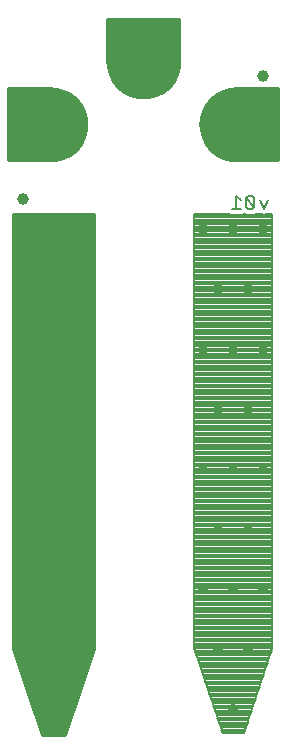
<source format=gbl>
G75*
%MOIN*%
%OFA0B0*%
%FSLAX25Y25*%
%IPPOS*%
%LPD*%
%AMOC8*
5,1,8,0,0,1.08239X$1,22.5*
%
%ADD10C,0.00800*%
%ADD11C,0.20000*%
%ADD12C,0.01000*%
%ADD13C,0.03937*%
%ADD14C,0.03400*%
D10*
X0184775Y0268400D02*
X0175333Y0296725D01*
X0175333Y0441400D01*
X0186995Y0441400D01*
X0187095Y0441300D01*
X0191554Y0441300D01*
X0191654Y0441400D01*
X0192299Y0441400D01*
X0192399Y0441300D01*
X0195457Y0441300D01*
X0195557Y0441400D01*
X0197860Y0441400D01*
X0198379Y0441141D01*
X0198532Y0441192D01*
X0198686Y0441141D01*
X0199204Y0441400D01*
X0201333Y0441400D01*
X0201333Y0296725D01*
X0191892Y0268400D01*
X0184775Y0268400D01*
X0184643Y0268796D02*
X0192024Y0268796D01*
X0192290Y0269594D02*
X0184377Y0269594D01*
X0184111Y0270393D02*
X0192556Y0270393D01*
X0192822Y0271191D02*
X0183844Y0271191D01*
X0183578Y0271990D02*
X0193088Y0271990D01*
X0193355Y0272788D02*
X0183312Y0272788D01*
X0183046Y0273587D02*
X0193621Y0273587D01*
X0193887Y0274385D02*
X0182780Y0274385D01*
X0182514Y0275184D02*
X0194153Y0275184D01*
X0194419Y0275982D02*
X0182247Y0275982D01*
X0181981Y0276781D02*
X0194685Y0276781D01*
X0194952Y0277579D02*
X0181715Y0277579D01*
X0181449Y0278378D02*
X0195218Y0278378D01*
X0195484Y0279176D02*
X0181183Y0279176D01*
X0180917Y0279975D02*
X0195750Y0279975D01*
X0196016Y0280773D02*
X0180650Y0280773D01*
X0180384Y0281572D02*
X0196282Y0281572D01*
X0196549Y0282370D02*
X0180118Y0282370D01*
X0179852Y0283169D02*
X0196815Y0283169D01*
X0197081Y0283967D02*
X0179586Y0283967D01*
X0179320Y0284766D02*
X0197347Y0284766D01*
X0197613Y0285564D02*
X0179053Y0285564D01*
X0178787Y0286363D02*
X0197879Y0286363D01*
X0198146Y0287161D02*
X0178521Y0287161D01*
X0178255Y0287960D02*
X0198412Y0287960D01*
X0198678Y0288758D02*
X0177989Y0288758D01*
X0177723Y0289557D02*
X0198944Y0289557D01*
X0199210Y0290355D02*
X0177456Y0290355D01*
X0177190Y0291154D02*
X0199476Y0291154D01*
X0199743Y0291952D02*
X0176924Y0291952D01*
X0176658Y0292751D02*
X0200009Y0292751D01*
X0200275Y0293549D02*
X0176392Y0293549D01*
X0176126Y0294348D02*
X0200541Y0294348D01*
X0200807Y0295146D02*
X0175859Y0295146D01*
X0175593Y0295945D02*
X0201073Y0295945D01*
X0201333Y0296743D02*
X0175333Y0296743D01*
X0175333Y0297542D02*
X0201333Y0297542D01*
X0201333Y0298340D02*
X0175333Y0298340D01*
X0175333Y0299139D02*
X0201333Y0299139D01*
X0201333Y0299937D02*
X0175333Y0299937D01*
X0175333Y0300736D02*
X0201333Y0300736D01*
X0201333Y0301534D02*
X0175333Y0301534D01*
X0175333Y0302333D02*
X0201333Y0302333D01*
X0201333Y0303132D02*
X0175333Y0303132D01*
X0175333Y0303930D02*
X0201333Y0303930D01*
X0201333Y0304729D02*
X0175333Y0304729D01*
X0175333Y0305527D02*
X0201333Y0305527D01*
X0201333Y0306326D02*
X0175333Y0306326D01*
X0175333Y0307124D02*
X0201333Y0307124D01*
X0201333Y0307923D02*
X0175333Y0307923D01*
X0175333Y0308721D02*
X0201333Y0308721D01*
X0201333Y0309520D02*
X0175333Y0309520D01*
X0175333Y0310318D02*
X0201333Y0310318D01*
X0201333Y0311117D02*
X0175333Y0311117D01*
X0175333Y0311915D02*
X0201333Y0311915D01*
X0201333Y0312714D02*
X0175333Y0312714D01*
X0175333Y0313512D02*
X0201333Y0313512D01*
X0201333Y0314311D02*
X0175333Y0314311D01*
X0175333Y0315109D02*
X0201333Y0315109D01*
X0201333Y0315908D02*
X0175333Y0315908D01*
X0175333Y0316706D02*
X0201333Y0316706D01*
X0201333Y0317505D02*
X0175333Y0317505D01*
X0175333Y0318303D02*
X0201333Y0318303D01*
X0201333Y0319102D02*
X0175333Y0319102D01*
X0175333Y0319900D02*
X0201333Y0319900D01*
X0201333Y0320699D02*
X0175333Y0320699D01*
X0175333Y0321497D02*
X0201333Y0321497D01*
X0201333Y0322296D02*
X0175333Y0322296D01*
X0175333Y0323094D02*
X0201333Y0323094D01*
X0201333Y0323893D02*
X0175333Y0323893D01*
X0175333Y0324691D02*
X0201333Y0324691D01*
X0201333Y0325490D02*
X0175333Y0325490D01*
X0175333Y0326288D02*
X0201333Y0326288D01*
X0201333Y0327087D02*
X0175333Y0327087D01*
X0175333Y0327885D02*
X0201333Y0327885D01*
X0201333Y0328684D02*
X0175333Y0328684D01*
X0175333Y0329482D02*
X0201333Y0329482D01*
X0201333Y0330281D02*
X0175333Y0330281D01*
X0175333Y0331079D02*
X0201333Y0331079D01*
X0201333Y0331878D02*
X0175333Y0331878D01*
X0175333Y0332676D02*
X0201333Y0332676D01*
X0201333Y0333475D02*
X0175333Y0333475D01*
X0175333Y0334273D02*
X0201333Y0334273D01*
X0201333Y0335072D02*
X0175333Y0335072D01*
X0175333Y0335870D02*
X0201333Y0335870D01*
X0201333Y0336669D02*
X0175333Y0336669D01*
X0175333Y0337468D02*
X0201333Y0337468D01*
X0201333Y0338266D02*
X0175333Y0338266D01*
X0175333Y0339065D02*
X0201333Y0339065D01*
X0201333Y0339863D02*
X0175333Y0339863D01*
X0175333Y0340662D02*
X0201333Y0340662D01*
X0201333Y0341460D02*
X0175333Y0341460D01*
X0175333Y0342259D02*
X0201333Y0342259D01*
X0201333Y0343057D02*
X0175333Y0343057D01*
X0175333Y0343856D02*
X0201333Y0343856D01*
X0201333Y0344654D02*
X0175333Y0344654D01*
X0175333Y0345453D02*
X0201333Y0345453D01*
X0201333Y0346251D02*
X0175333Y0346251D01*
X0175333Y0347050D02*
X0201333Y0347050D01*
X0201333Y0347848D02*
X0175333Y0347848D01*
X0175333Y0348647D02*
X0201333Y0348647D01*
X0201333Y0349445D02*
X0175333Y0349445D01*
X0175333Y0350244D02*
X0201333Y0350244D01*
X0201333Y0351042D02*
X0175333Y0351042D01*
X0175333Y0351841D02*
X0201333Y0351841D01*
X0201333Y0352639D02*
X0175333Y0352639D01*
X0175333Y0353438D02*
X0201333Y0353438D01*
X0201333Y0354236D02*
X0175333Y0354236D01*
X0175333Y0355035D02*
X0201333Y0355035D01*
X0201333Y0355833D02*
X0175333Y0355833D01*
X0175333Y0356632D02*
X0201333Y0356632D01*
X0201333Y0357430D02*
X0175333Y0357430D01*
X0175333Y0358229D02*
X0201333Y0358229D01*
X0201333Y0359027D02*
X0175333Y0359027D01*
X0175333Y0359826D02*
X0201333Y0359826D01*
X0201333Y0360624D02*
X0175333Y0360624D01*
X0175333Y0361423D02*
X0201333Y0361423D01*
X0201333Y0362221D02*
X0175333Y0362221D01*
X0175333Y0363020D02*
X0201333Y0363020D01*
X0201333Y0363818D02*
X0175333Y0363818D01*
X0175333Y0364617D02*
X0201333Y0364617D01*
X0201333Y0365415D02*
X0175333Y0365415D01*
X0175333Y0366214D02*
X0201333Y0366214D01*
X0201333Y0367012D02*
X0175333Y0367012D01*
X0175333Y0367811D02*
X0201333Y0367811D01*
X0201333Y0368609D02*
X0175333Y0368609D01*
X0175333Y0369408D02*
X0201333Y0369408D01*
X0201333Y0370206D02*
X0175333Y0370206D01*
X0175333Y0371005D02*
X0201333Y0371005D01*
X0201333Y0371803D02*
X0175333Y0371803D01*
X0175333Y0372602D02*
X0201333Y0372602D01*
X0201333Y0373401D02*
X0175333Y0373401D01*
X0175333Y0374199D02*
X0201333Y0374199D01*
X0201333Y0374998D02*
X0175333Y0374998D01*
X0175333Y0375796D02*
X0201333Y0375796D01*
X0201333Y0376595D02*
X0175333Y0376595D01*
X0175333Y0377393D02*
X0201333Y0377393D01*
X0201333Y0378192D02*
X0175333Y0378192D01*
X0175333Y0378990D02*
X0201333Y0378990D01*
X0201333Y0379789D02*
X0175333Y0379789D01*
X0175333Y0380587D02*
X0201333Y0380587D01*
X0201333Y0381386D02*
X0175333Y0381386D01*
X0175333Y0382184D02*
X0201333Y0382184D01*
X0201333Y0382983D02*
X0175333Y0382983D01*
X0175333Y0383781D02*
X0201333Y0383781D01*
X0201333Y0384580D02*
X0175333Y0384580D01*
X0175333Y0385378D02*
X0201333Y0385378D01*
X0201333Y0386177D02*
X0175333Y0386177D01*
X0175333Y0386975D02*
X0201333Y0386975D01*
X0201333Y0387774D02*
X0175333Y0387774D01*
X0175333Y0388572D02*
X0201333Y0388572D01*
X0201333Y0389371D02*
X0175333Y0389371D01*
X0175333Y0390169D02*
X0201333Y0390169D01*
X0201333Y0390968D02*
X0175333Y0390968D01*
X0175333Y0391766D02*
X0201333Y0391766D01*
X0201333Y0392565D02*
X0175333Y0392565D01*
X0175333Y0393363D02*
X0201333Y0393363D01*
X0201333Y0394162D02*
X0175333Y0394162D01*
X0175333Y0394960D02*
X0201333Y0394960D01*
X0201333Y0395759D02*
X0175333Y0395759D01*
X0175333Y0396557D02*
X0201333Y0396557D01*
X0201333Y0397356D02*
X0175333Y0397356D01*
X0175333Y0398154D02*
X0201333Y0398154D01*
X0201333Y0398953D02*
X0175333Y0398953D01*
X0175333Y0399751D02*
X0201333Y0399751D01*
X0201333Y0400550D02*
X0175333Y0400550D01*
X0175333Y0401348D02*
X0201333Y0401348D01*
X0201333Y0402147D02*
X0175333Y0402147D01*
X0175333Y0402945D02*
X0201333Y0402945D01*
X0201333Y0403744D02*
X0175333Y0403744D01*
X0175333Y0404542D02*
X0201333Y0404542D01*
X0201333Y0405341D02*
X0175333Y0405341D01*
X0175333Y0406139D02*
X0201333Y0406139D01*
X0201333Y0406938D02*
X0175333Y0406938D01*
X0175333Y0407737D02*
X0201333Y0407737D01*
X0201333Y0408535D02*
X0175333Y0408535D01*
X0175333Y0409334D02*
X0201333Y0409334D01*
X0201333Y0410132D02*
X0175333Y0410132D01*
X0175333Y0410931D02*
X0201333Y0410931D01*
X0201333Y0411729D02*
X0175333Y0411729D01*
X0175333Y0412528D02*
X0201333Y0412528D01*
X0201333Y0413326D02*
X0175333Y0413326D01*
X0175333Y0414125D02*
X0201333Y0414125D01*
X0201333Y0414923D02*
X0175333Y0414923D01*
X0175333Y0415722D02*
X0201333Y0415722D01*
X0201333Y0416520D02*
X0175333Y0416520D01*
X0175333Y0417319D02*
X0201333Y0417319D01*
X0201333Y0418117D02*
X0175333Y0418117D01*
X0175333Y0418916D02*
X0201333Y0418916D01*
X0201333Y0419714D02*
X0175333Y0419714D01*
X0175333Y0420513D02*
X0201333Y0420513D01*
X0201333Y0421311D02*
X0175333Y0421311D01*
X0175333Y0422110D02*
X0201333Y0422110D01*
X0201333Y0422908D02*
X0175333Y0422908D01*
X0175333Y0423707D02*
X0201333Y0423707D01*
X0201333Y0424505D02*
X0175333Y0424505D01*
X0175333Y0425304D02*
X0201333Y0425304D01*
X0201333Y0426102D02*
X0175333Y0426102D01*
X0175333Y0426901D02*
X0201333Y0426901D01*
X0201333Y0427699D02*
X0175333Y0427699D01*
X0175333Y0428498D02*
X0201333Y0428498D01*
X0201333Y0429296D02*
X0175333Y0429296D01*
X0175333Y0430095D02*
X0201333Y0430095D01*
X0201333Y0430893D02*
X0175333Y0430893D01*
X0175333Y0431692D02*
X0201333Y0431692D01*
X0201333Y0432490D02*
X0175333Y0432490D01*
X0175333Y0433289D02*
X0201333Y0433289D01*
X0201333Y0434087D02*
X0175333Y0434087D01*
X0175333Y0434886D02*
X0201333Y0434886D01*
X0201333Y0435684D02*
X0175333Y0435684D01*
X0175333Y0436483D02*
X0201333Y0436483D01*
X0201333Y0437281D02*
X0175333Y0437281D01*
X0175333Y0438080D02*
X0201333Y0438080D01*
X0201333Y0438878D02*
X0175333Y0438878D01*
X0175333Y0439677D02*
X0201333Y0439677D01*
X0201333Y0440475D02*
X0175333Y0440475D01*
X0175333Y0441274D02*
X0198112Y0441274D01*
X0198952Y0441274D02*
X0201333Y0441274D01*
X0198532Y0443300D02*
X0197131Y0446102D01*
X0195329Y0446803D02*
X0194629Y0447504D01*
X0193228Y0447504D01*
X0192527Y0446803D01*
X0195329Y0444001D01*
X0194629Y0443300D01*
X0193228Y0443300D01*
X0192527Y0444001D01*
X0192527Y0446803D01*
X0190725Y0446102D02*
X0189324Y0447504D01*
X0189324Y0443300D01*
X0190725Y0443300D02*
X0187923Y0443300D01*
X0195329Y0444001D02*
X0195329Y0446803D01*
X0199933Y0446102D02*
X0198532Y0443300D01*
D11*
X0189333Y0471400D03*
X0158333Y0492400D03*
X0127333Y0471400D03*
D12*
X0114933Y0296660D02*
X0124487Y0268000D01*
X0132180Y0268000D01*
X0141733Y0296660D01*
X0141733Y0441400D01*
X0114933Y0441400D01*
X0114933Y0296660D01*
X0115035Y0296355D02*
X0141632Y0296355D01*
X0141733Y0297354D02*
X0114933Y0297354D01*
X0114933Y0298352D02*
X0141733Y0298352D01*
X0141733Y0299351D02*
X0114933Y0299351D01*
X0114933Y0300349D02*
X0141733Y0300349D01*
X0141733Y0301348D02*
X0114933Y0301348D01*
X0114933Y0302346D02*
X0141733Y0302346D01*
X0141733Y0303345D02*
X0114933Y0303345D01*
X0114933Y0304343D02*
X0141733Y0304343D01*
X0141733Y0305342D02*
X0114933Y0305342D01*
X0114933Y0306340D02*
X0141733Y0306340D01*
X0141733Y0307339D02*
X0114933Y0307339D01*
X0114933Y0308337D02*
X0141733Y0308337D01*
X0141733Y0309336D02*
X0114933Y0309336D01*
X0114933Y0310334D02*
X0141733Y0310334D01*
X0141733Y0311333D02*
X0114933Y0311333D01*
X0114933Y0312332D02*
X0141733Y0312332D01*
X0141733Y0313330D02*
X0114933Y0313330D01*
X0114933Y0314329D02*
X0141733Y0314329D01*
X0141733Y0315327D02*
X0114933Y0315327D01*
X0114933Y0316326D02*
X0141733Y0316326D01*
X0141733Y0317324D02*
X0114933Y0317324D01*
X0114933Y0318323D02*
X0141733Y0318323D01*
X0141733Y0319321D02*
X0114933Y0319321D01*
X0114933Y0320320D02*
X0141733Y0320320D01*
X0141733Y0321318D02*
X0114933Y0321318D01*
X0114933Y0322317D02*
X0141733Y0322317D01*
X0141733Y0323315D02*
X0114933Y0323315D01*
X0114933Y0324314D02*
X0141733Y0324314D01*
X0141733Y0325312D02*
X0114933Y0325312D01*
X0114933Y0326311D02*
X0141733Y0326311D01*
X0141733Y0327309D02*
X0114933Y0327309D01*
X0114933Y0328308D02*
X0141733Y0328308D01*
X0141733Y0329306D02*
X0114933Y0329306D01*
X0114933Y0330305D02*
X0141733Y0330305D01*
X0141733Y0331303D02*
X0114933Y0331303D01*
X0114933Y0332302D02*
X0141733Y0332302D01*
X0141733Y0333300D02*
X0114933Y0333300D01*
X0114933Y0334299D02*
X0141733Y0334299D01*
X0141733Y0335297D02*
X0114933Y0335297D01*
X0114933Y0336296D02*
X0141733Y0336296D01*
X0141733Y0337294D02*
X0114933Y0337294D01*
X0114933Y0338293D02*
X0141733Y0338293D01*
X0141733Y0339291D02*
X0114933Y0339291D01*
X0114933Y0340290D02*
X0141733Y0340290D01*
X0141733Y0341288D02*
X0114933Y0341288D01*
X0114933Y0342287D02*
X0141733Y0342287D01*
X0141733Y0343285D02*
X0114933Y0343285D01*
X0114933Y0344284D02*
X0141733Y0344284D01*
X0141733Y0345282D02*
X0114933Y0345282D01*
X0114933Y0346281D02*
X0141733Y0346281D01*
X0141733Y0347279D02*
X0114933Y0347279D01*
X0114933Y0348278D02*
X0141733Y0348278D01*
X0141733Y0349276D02*
X0114933Y0349276D01*
X0114933Y0350275D02*
X0141733Y0350275D01*
X0141733Y0351273D02*
X0114933Y0351273D01*
X0114933Y0352272D02*
X0141733Y0352272D01*
X0141733Y0353270D02*
X0114933Y0353270D01*
X0114933Y0354269D02*
X0141733Y0354269D01*
X0141733Y0355268D02*
X0114933Y0355268D01*
X0114933Y0356266D02*
X0141733Y0356266D01*
X0141733Y0357265D02*
X0114933Y0357265D01*
X0114933Y0358263D02*
X0141733Y0358263D01*
X0141733Y0359262D02*
X0114933Y0359262D01*
X0114933Y0360260D02*
X0141733Y0360260D01*
X0141733Y0361259D02*
X0114933Y0361259D01*
X0114933Y0362257D02*
X0141733Y0362257D01*
X0141733Y0363256D02*
X0114933Y0363256D01*
X0114933Y0364254D02*
X0141733Y0364254D01*
X0141733Y0365253D02*
X0114933Y0365253D01*
X0114933Y0366251D02*
X0141733Y0366251D01*
X0141733Y0367250D02*
X0114933Y0367250D01*
X0114933Y0368248D02*
X0141733Y0368248D01*
X0141733Y0369247D02*
X0114933Y0369247D01*
X0114933Y0370245D02*
X0141733Y0370245D01*
X0141733Y0371244D02*
X0114933Y0371244D01*
X0114933Y0372242D02*
X0141733Y0372242D01*
X0141733Y0373241D02*
X0114933Y0373241D01*
X0114933Y0374239D02*
X0141733Y0374239D01*
X0141733Y0375238D02*
X0114933Y0375238D01*
X0114933Y0376236D02*
X0141733Y0376236D01*
X0141733Y0377235D02*
X0114933Y0377235D01*
X0114933Y0378233D02*
X0141733Y0378233D01*
X0141733Y0379232D02*
X0114933Y0379232D01*
X0114933Y0380230D02*
X0141733Y0380230D01*
X0141733Y0381229D02*
X0114933Y0381229D01*
X0114933Y0382227D02*
X0141733Y0382227D01*
X0141733Y0383226D02*
X0114933Y0383226D01*
X0114933Y0384224D02*
X0141733Y0384224D01*
X0141733Y0385223D02*
X0114933Y0385223D01*
X0114933Y0386221D02*
X0141733Y0386221D01*
X0141733Y0387220D02*
X0114933Y0387220D01*
X0114933Y0388218D02*
X0141733Y0388218D01*
X0141733Y0389217D02*
X0114933Y0389217D01*
X0114933Y0390215D02*
X0141733Y0390215D01*
X0141733Y0391214D02*
X0114933Y0391214D01*
X0114933Y0392212D02*
X0141733Y0392212D01*
X0141733Y0393211D02*
X0114933Y0393211D01*
X0114933Y0394209D02*
X0141733Y0394209D01*
X0141733Y0395208D02*
X0114933Y0395208D01*
X0114933Y0396206D02*
X0141733Y0396206D01*
X0141733Y0397205D02*
X0114933Y0397205D01*
X0114933Y0398203D02*
X0141733Y0398203D01*
X0141733Y0399202D02*
X0114933Y0399202D01*
X0114933Y0400201D02*
X0141733Y0400201D01*
X0141733Y0401199D02*
X0114933Y0401199D01*
X0114933Y0402198D02*
X0141733Y0402198D01*
X0141733Y0403196D02*
X0114933Y0403196D01*
X0114933Y0404195D02*
X0141733Y0404195D01*
X0141733Y0405193D02*
X0114933Y0405193D01*
X0114933Y0406192D02*
X0141733Y0406192D01*
X0141733Y0407190D02*
X0114933Y0407190D01*
X0114933Y0408189D02*
X0141733Y0408189D01*
X0141733Y0409187D02*
X0114933Y0409187D01*
X0114933Y0410186D02*
X0141733Y0410186D01*
X0141733Y0411184D02*
X0114933Y0411184D01*
X0114933Y0412183D02*
X0141733Y0412183D01*
X0141733Y0413181D02*
X0114933Y0413181D01*
X0114933Y0414180D02*
X0141733Y0414180D01*
X0141733Y0415178D02*
X0114933Y0415178D01*
X0114933Y0416177D02*
X0141733Y0416177D01*
X0141733Y0417175D02*
X0114933Y0417175D01*
X0114933Y0418174D02*
X0141733Y0418174D01*
X0141733Y0419172D02*
X0114933Y0419172D01*
X0114933Y0420171D02*
X0141733Y0420171D01*
X0141733Y0421169D02*
X0114933Y0421169D01*
X0114933Y0422168D02*
X0141733Y0422168D01*
X0141733Y0423166D02*
X0114933Y0423166D01*
X0114933Y0424165D02*
X0141733Y0424165D01*
X0141733Y0425163D02*
X0114933Y0425163D01*
X0114933Y0426162D02*
X0141733Y0426162D01*
X0141733Y0427160D02*
X0114933Y0427160D01*
X0114933Y0428159D02*
X0141733Y0428159D01*
X0141733Y0429157D02*
X0114933Y0429157D01*
X0114933Y0430156D02*
X0141733Y0430156D01*
X0141733Y0431154D02*
X0114933Y0431154D01*
X0114933Y0432153D02*
X0141733Y0432153D01*
X0141733Y0433151D02*
X0114933Y0433151D01*
X0114933Y0434150D02*
X0141733Y0434150D01*
X0141733Y0435148D02*
X0114933Y0435148D01*
X0114933Y0436147D02*
X0141733Y0436147D01*
X0141733Y0437145D02*
X0114933Y0437145D01*
X0114933Y0438144D02*
X0141733Y0438144D01*
X0141733Y0439142D02*
X0114933Y0439142D01*
X0114933Y0440141D02*
X0141733Y0440141D01*
X0141733Y0441139D02*
X0114933Y0441139D01*
X0113333Y0459400D02*
X0127333Y0459400D01*
X0129041Y0459522D01*
X0130714Y0459886D01*
X0132318Y0460484D01*
X0133821Y0461305D01*
X0135192Y0462331D01*
X0136402Y0463542D01*
X0137428Y0464912D01*
X0138249Y0466415D01*
X0138847Y0468019D01*
X0139211Y0469692D01*
X0139333Y0471400D01*
X0139211Y0473108D01*
X0138847Y0474781D01*
X0138249Y0476385D01*
X0137428Y0477888D01*
X0136402Y0479258D01*
X0135192Y0480469D01*
X0133821Y0481495D01*
X0132318Y0482316D01*
X0130714Y0482914D01*
X0129041Y0483278D01*
X0127333Y0483400D01*
X0113333Y0483400D01*
X0113333Y0459400D01*
X0113333Y0460111D02*
X0131318Y0460111D01*
X0133463Y0461110D02*
X0113333Y0461110D01*
X0113333Y0462108D02*
X0134894Y0462108D01*
X0135967Y0463107D02*
X0113333Y0463107D01*
X0113333Y0464105D02*
X0136824Y0464105D01*
X0137533Y0465104D02*
X0113333Y0465104D01*
X0113333Y0466102D02*
X0138078Y0466102D01*
X0138505Y0467101D02*
X0113333Y0467101D01*
X0113333Y0468099D02*
X0138865Y0468099D01*
X0139082Y0469098D02*
X0113333Y0469098D01*
X0113333Y0470096D02*
X0139240Y0470096D01*
X0139311Y0471095D02*
X0113333Y0471095D01*
X0113333Y0472093D02*
X0139284Y0472093D01*
X0139212Y0473092D02*
X0113333Y0473092D01*
X0113333Y0474090D02*
X0138997Y0474090D01*
X0138732Y0475089D02*
X0113333Y0475089D01*
X0113333Y0476087D02*
X0138360Y0476087D01*
X0137866Y0477086D02*
X0113333Y0477086D01*
X0113333Y0478084D02*
X0137281Y0478084D01*
X0136534Y0479083D02*
X0113333Y0479083D01*
X0113333Y0480081D02*
X0135579Y0480081D01*
X0134376Y0481080D02*
X0113333Y0481080D01*
X0113333Y0482078D02*
X0132753Y0482078D01*
X0129965Y0483077D02*
X0113333Y0483077D01*
X0146592Y0490067D02*
X0170075Y0490067D01*
X0170211Y0490692D02*
X0170333Y0492400D01*
X0170333Y0506400D01*
X0146333Y0506400D01*
X0146333Y0492400D01*
X0146455Y0490692D01*
X0146819Y0489019D01*
X0147418Y0487415D01*
X0148238Y0485912D01*
X0149264Y0484542D01*
X0150475Y0483331D01*
X0151846Y0482305D01*
X0153348Y0481484D01*
X0154953Y0480886D01*
X0156626Y0480522D01*
X0158333Y0480400D01*
X0160041Y0480522D01*
X0161714Y0480886D01*
X0163318Y0481484D01*
X0164821Y0482305D01*
X0166192Y0483331D01*
X0167402Y0484542D01*
X0168428Y0485912D01*
X0169249Y0487415D01*
X0169847Y0489019D01*
X0170211Y0490692D01*
X0170238Y0491065D02*
X0146429Y0491065D01*
X0146357Y0492064D02*
X0170309Y0492064D01*
X0170333Y0493062D02*
X0146333Y0493062D01*
X0146333Y0494061D02*
X0170333Y0494061D01*
X0170333Y0495059D02*
X0146333Y0495059D01*
X0146333Y0496058D02*
X0170333Y0496058D01*
X0170333Y0497056D02*
X0146333Y0497056D01*
X0146333Y0498055D02*
X0170333Y0498055D01*
X0170333Y0499053D02*
X0146333Y0499053D01*
X0146333Y0500052D02*
X0170333Y0500052D01*
X0170333Y0501050D02*
X0146333Y0501050D01*
X0146333Y0502049D02*
X0170333Y0502049D01*
X0170333Y0503047D02*
X0146333Y0503047D01*
X0146333Y0504046D02*
X0170333Y0504046D01*
X0170333Y0505044D02*
X0146333Y0505044D01*
X0146333Y0506043D02*
X0170333Y0506043D01*
X0169858Y0489068D02*
X0146809Y0489068D01*
X0147174Y0488070D02*
X0169493Y0488070D01*
X0169061Y0487071D02*
X0147606Y0487071D01*
X0148151Y0486072D02*
X0168516Y0486072D01*
X0167801Y0485074D02*
X0148866Y0485074D01*
X0149731Y0484075D02*
X0166936Y0484075D01*
X0165852Y0483077D02*
X0150814Y0483077D01*
X0152260Y0482078D02*
X0164406Y0482078D01*
X0162234Y0481080D02*
X0154433Y0481080D01*
X0177819Y0474781D02*
X0177455Y0473108D01*
X0177333Y0471400D01*
X0177455Y0469692D01*
X0177819Y0468019D01*
X0178418Y0466415D01*
X0179238Y0464912D01*
X0180264Y0463542D01*
X0181475Y0462331D01*
X0182846Y0461305D01*
X0184348Y0460484D01*
X0185953Y0459886D01*
X0187626Y0459522D01*
X0189333Y0459400D01*
X0203333Y0459400D01*
X0203333Y0483400D01*
X0189333Y0483400D01*
X0187626Y0483278D01*
X0185953Y0482914D01*
X0184348Y0482316D01*
X0182846Y0481495D01*
X0181475Y0480469D01*
X0180264Y0479258D01*
X0179238Y0477888D01*
X0178418Y0476385D01*
X0177819Y0474781D01*
X0177934Y0475089D02*
X0203333Y0475089D01*
X0203333Y0476087D02*
X0178307Y0476087D01*
X0178800Y0477086D02*
X0203333Y0477086D01*
X0203333Y0478084D02*
X0179386Y0478084D01*
X0180133Y0479083D02*
X0203333Y0479083D01*
X0203333Y0480081D02*
X0181087Y0480081D01*
X0182291Y0481080D02*
X0203333Y0481080D01*
X0203333Y0482078D02*
X0183914Y0482078D01*
X0186702Y0483077D02*
X0203333Y0483077D01*
X0203333Y0474090D02*
X0177669Y0474090D01*
X0177454Y0473092D02*
X0203333Y0473092D01*
X0203333Y0472093D02*
X0177383Y0472093D01*
X0177355Y0471095D02*
X0203333Y0471095D01*
X0203333Y0470096D02*
X0177427Y0470096D01*
X0177585Y0469098D02*
X0203333Y0469098D01*
X0203333Y0468099D02*
X0177802Y0468099D01*
X0178162Y0467101D02*
X0203333Y0467101D01*
X0203333Y0466102D02*
X0178589Y0466102D01*
X0179134Y0465104D02*
X0203333Y0465104D01*
X0203333Y0464105D02*
X0179842Y0464105D01*
X0180699Y0463107D02*
X0203333Y0463107D01*
X0203333Y0462108D02*
X0181773Y0462108D01*
X0183203Y0461110D02*
X0203333Y0461110D01*
X0203333Y0460111D02*
X0185349Y0460111D01*
X0141299Y0295357D02*
X0115368Y0295357D01*
X0115700Y0294358D02*
X0140966Y0294358D01*
X0140633Y0293360D02*
X0116033Y0293360D01*
X0116366Y0292361D02*
X0140301Y0292361D01*
X0139968Y0291363D02*
X0116699Y0291363D01*
X0117032Y0290364D02*
X0139635Y0290364D01*
X0139302Y0289366D02*
X0117365Y0289366D01*
X0117697Y0288367D02*
X0138969Y0288367D01*
X0138636Y0287369D02*
X0118030Y0287369D01*
X0118363Y0286370D02*
X0138304Y0286370D01*
X0137971Y0285372D02*
X0118696Y0285372D01*
X0119029Y0284373D02*
X0137638Y0284373D01*
X0137305Y0283375D02*
X0119362Y0283375D01*
X0119694Y0282376D02*
X0136972Y0282376D01*
X0136639Y0281378D02*
X0120027Y0281378D01*
X0120360Y0280379D02*
X0136307Y0280379D01*
X0135974Y0279381D02*
X0120693Y0279381D01*
X0121026Y0278382D02*
X0135641Y0278382D01*
X0135308Y0277384D02*
X0121359Y0277384D01*
X0121691Y0276385D02*
X0134975Y0276385D01*
X0134642Y0275387D02*
X0122024Y0275387D01*
X0122357Y0274388D02*
X0134309Y0274388D01*
X0133977Y0273390D02*
X0122690Y0273390D01*
X0123023Y0272391D02*
X0133644Y0272391D01*
X0133311Y0271393D02*
X0123356Y0271393D01*
X0123689Y0270394D02*
X0132978Y0270394D01*
X0132645Y0269396D02*
X0124021Y0269396D01*
X0124354Y0268397D02*
X0132312Y0268397D01*
D13*
X0118333Y0446400D03*
X0198333Y0487400D03*
D14*
X0198333Y0436400D03*
X0188333Y0436400D03*
X0178333Y0436400D03*
X0183333Y0416400D03*
X0193333Y0416400D03*
X0188333Y0396400D03*
X0178333Y0396400D03*
X0198333Y0396400D03*
X0193333Y0376400D03*
X0183333Y0376400D03*
X0178333Y0356400D03*
X0188333Y0356400D03*
X0198333Y0356400D03*
X0193333Y0336400D03*
X0183333Y0336400D03*
X0178333Y0316400D03*
X0188333Y0316400D03*
X0198333Y0316400D03*
X0193333Y0296400D03*
X0183333Y0296400D03*
X0188333Y0276400D03*
X0138333Y0316400D03*
X0128333Y0316400D03*
X0118333Y0316400D03*
X0123333Y0336400D03*
X0133333Y0336400D03*
X0128333Y0356400D03*
X0118333Y0356400D03*
X0138333Y0356400D03*
X0133333Y0376400D03*
X0123333Y0376400D03*
X0118333Y0396400D03*
X0128333Y0396400D03*
X0138333Y0396400D03*
X0133333Y0416400D03*
X0123333Y0416400D03*
X0118333Y0436400D03*
X0128333Y0436400D03*
X0138333Y0436400D03*
X0133333Y0296400D03*
X0123333Y0296400D03*
X0128333Y0276400D03*
M02*

</source>
